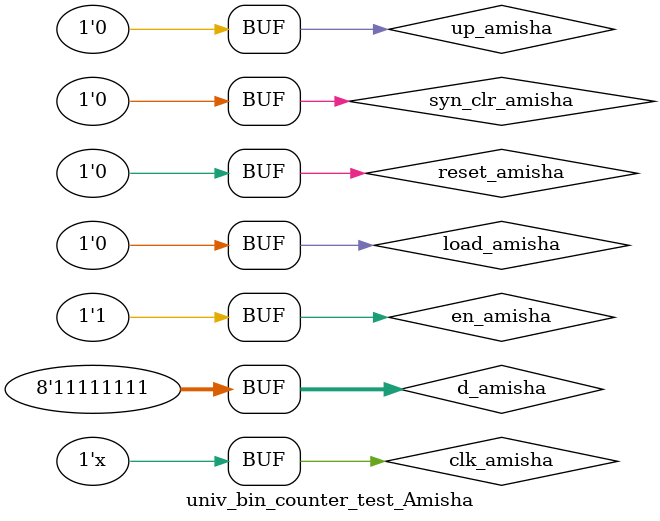
<source format=v>
`timescale 1ns / 1ps


module univ_bin_counter_test_Amisha;
	// Inputs
	reg clk_amisha;
	reg reset_amisha;
	reg syn_clr_amisha;
	reg load_amisha;
	reg en_amisha;
	reg up_amisha;
	reg [7:0] d_amisha;
	// Outputs
	wire max_tick_amisha;
	wire min_tick_amisha;
	wire [7:0] q_amisha;
	// Instantiate the Unit Under Test (UUT)
	univ_bin_counter_Amisha uut (
		.clk_amisha(clk_amisha), 
		.reset_amisha(reset_amisha), 
		.syn_clr_amisha(syn_clr_amisha), 
		.load_amisha(load_amisha), 
		.en_amisha(en_amisha), 
		.up_amisha(up_amisha), 
		.d_amisha(d_amisha), 
		.max_tick_amisha(max_tick_amisha), 
		.min_tick_amisha(min_tick_amisha), 
		.q_amisha(q_amisha)
	);
	initial begin
		clk_amisha = 0;
		reset_amisha = 1;
		syn_clr_amisha = 0;
		load_amisha = 0;
		en_amisha = 0;
		up_amisha = 0;
		d_amisha = 0;
		#100;
		reset_amisha = 0;
		syn_clr_amisha = 1;
		load_amisha = 0;
		en_amisha = 0;
		up_amisha = 0;
		d_amisha = 8'b000011000;
		#100;
		syn_clr_amisha = 0;
		load_amisha = 1;
		en_amisha = 0;
		up_amisha = 0;
		d_amisha = 8'b10011001;
		#100;
		d_amisha = 8'b00000000;
		#100;
		syn_clr_amisha = 0;
		load_amisha = 0;
		en_amisha = 1;
		up_amisha = 1;
		d_amisha = 8'b00000000;
		#100;
		en_amisha = 1;
		up_amisha = 1;
		#100
		en_amisha = 1;
		up_amisha = 1;
		#100
		syn_clr_amisha = 0;
		load_amisha = 1;
		en_amisha = 0;
		up_amisha = 0;
		d_amisha = 8'b11111111;
		#100;
		syn_clr_amisha = 0;
		load_amisha = 0;
		en_amisha = 1;
		up_amisha = 0;
		d_amisha = 8'b11111111;
		#100;
	end
always #50 clk_amisha = ~clk_amisha;     
endmodule


</source>
